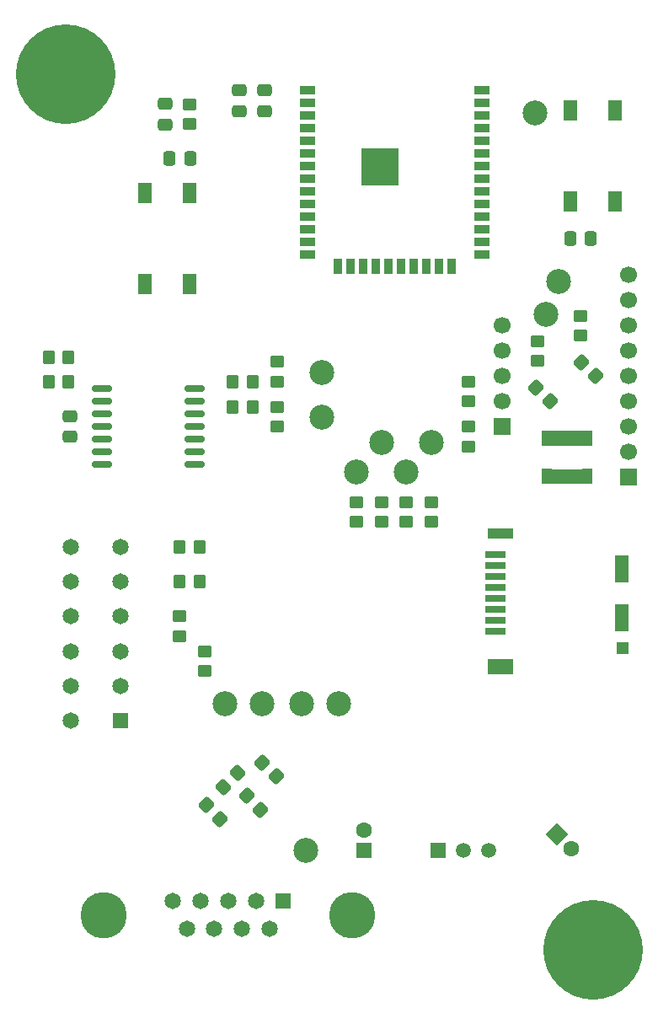
<source format=gbr>
%TF.GenerationSoftware,KiCad,Pcbnew,9.0.1*%
%TF.CreationDate,2025-06-17T15:21:47+02:00*%
%TF.ProjectId,open_g,6f70656e-5f67-42e6-9b69-6361645f7063,rev?*%
%TF.SameCoordinates,Original*%
%TF.FileFunction,Soldermask,Top*%
%TF.FilePolarity,Negative*%
%FSLAX46Y46*%
G04 Gerber Fmt 4.6, Leading zero omitted, Abs format (unit mm)*
G04 Created by KiCad (PCBNEW 9.0.1) date 2025-06-17 15:21:47*
%MOMM*%
%LPD*%
G01*
G04 APERTURE LIST*
G04 Aperture macros list*
%AMRoundRect*
0 Rectangle with rounded corners*
0 $1 Rounding radius*
0 $2 $3 $4 $5 $6 $7 $8 $9 X,Y pos of 4 corners*
0 Add a 4 corners polygon primitive as box body*
4,1,4,$2,$3,$4,$5,$6,$7,$8,$9,$2,$3,0*
0 Add four circle primitives for the rounded corners*
1,1,$1+$1,$2,$3*
1,1,$1+$1,$4,$5*
1,1,$1+$1,$6,$7*
1,1,$1+$1,$8,$9*
0 Add four rect primitives between the rounded corners*
20,1,$1+$1,$2,$3,$4,$5,0*
20,1,$1+$1,$4,$5,$6,$7,0*
20,1,$1+$1,$6,$7,$8,$9,0*
20,1,$1+$1,$8,$9,$2,$3,0*%
%AMRotRect*
0 Rectangle, with rotation*
0 The origin of the aperture is its center*
0 $1 length*
0 $2 width*
0 $3 Rotation angle, in degrees counterclockwise*
0 Add horizontal line*
21,1,$1,$2,0,0,$3*%
%AMFreePoly0*
4,1,6,1.000000,0.000000,0.500000,-0.750000,-0.500000,-0.750000,-0.500000,0.750000,0.500000,0.750000,1.000000,0.000000,1.000000,0.000000,$1*%
G04 Aperture macros list end*
%ADD10C,0.000000*%
%ADD11FreePoly0,180.000000*%
%ADD12FreePoly0,0.000000*%
%ADD13RoundRect,0.250000X0.475000X-0.337500X0.475000X0.337500X-0.475000X0.337500X-0.475000X-0.337500X0*%
%ADD14C,0.900000*%
%ADD15C,10.000000*%
%ADD16C,4.650000*%
%ADD17C,1.650000*%
%ADD18R,1.650000X1.650000*%
%ADD19RoundRect,0.250000X-0.450000X0.350000X-0.450000X-0.350000X0.450000X-0.350000X0.450000X0.350000X0*%
%ADD20RoundRect,0.250000X0.450000X-0.350000X0.450000X0.350000X-0.450000X0.350000X-0.450000X-0.350000X0*%
%ADD21RoundRect,0.250000X-0.350000X-0.450000X0.350000X-0.450000X0.350000X0.450000X-0.350000X0.450000X0*%
%ADD22RoundRect,0.250000X0.350000X0.450000X-0.350000X0.450000X-0.350000X-0.450000X0.350000X-0.450000X0*%
%ADD23RoundRect,0.250000X-0.565685X-0.070711X-0.070711X-0.565685X0.565685X0.070711X0.070711X0.565685X0*%
%ADD24C,2.500000*%
%ADD25RoundRect,0.250000X0.337500X0.475000X-0.337500X0.475000X-0.337500X-0.475000X0.337500X-0.475000X0*%
%ADD26R,1.500000X1.500000*%
%ADD27C,1.500000*%
%ADD28RoundRect,0.250000X0.070711X-0.565685X0.565685X-0.070711X-0.070711X0.565685X-0.565685X0.070711X0*%
%ADD29R,1.600000X1.600000*%
%ADD30C,1.600000*%
%ADD31RoundRect,0.250000X0.565685X0.070711X0.070711X0.565685X-0.565685X-0.070711X-0.070711X-0.565685X0*%
%ADD32R,1.400000X2.100000*%
%ADD33R,1.500000X0.900000*%
%ADD34R,0.900000X1.500000*%
%ADD35C,0.600000*%
%ADD36R,3.800000X3.800000*%
%ADD37RotRect,1.600000X1.600000X315.000000*%
%ADD38R,2.000000X0.700000*%
%ADD39R,2.600000X1.000000*%
%ADD40R,2.600000X1.500000*%
%ADD41R,1.400000X2.700000*%
%ADD42R,1.200000X1.200000*%
%ADD43RoundRect,0.250000X-0.337500X-0.475000X0.337500X-0.475000X0.337500X0.475000X-0.337500X0.475000X0*%
%ADD44RoundRect,0.250000X-0.475000X0.337500X-0.475000X-0.337500X0.475000X-0.337500X0.475000X0.337500X0*%
%ADD45R,1.700000X1.700000*%
%ADD46C,1.700000*%
%ADD47RoundRect,0.150000X0.875000X0.150000X-0.875000X0.150000X-0.875000X-0.150000X0.875000X-0.150000X0*%
G04 APERTURE END LIST*
D10*
%TO.C,JP2*%
G36*
X158900001Y-93350000D02*
G01*
X153900001Y-93350000D01*
X153900001Y-91850000D01*
X158900001Y-91850000D01*
X158900001Y-93350000D01*
G37*
%TO.C,JP1*%
G36*
X158900000Y-97205000D02*
G01*
X153900000Y-97205000D01*
X153900000Y-95705000D01*
X158900000Y-95705000D01*
X158900000Y-97205000D01*
G37*
%TD*%
D11*
%TO.C,JP2*%
X158400002Y-92600000D03*
D12*
X154400000Y-92600000D03*
%TD*%
D11*
%TO.C,JP1*%
X158400001Y-96455000D03*
D12*
X154399999Y-96455000D03*
%TD*%
D13*
%TO.C,C8*%
X106450000Y-90402500D03*
X106450000Y-92477500D03*
%TD*%
D14*
%TO.C,H1*%
X162750000Y-144000000D03*
X161651650Y-146651650D03*
X161651650Y-141348350D03*
X159000000Y-147750000D03*
D15*
X159000000Y-144000000D03*
D14*
X159000000Y-140250000D03*
X156348350Y-146651650D03*
X156348350Y-141348350D03*
X155250000Y-144000000D03*
%TD*%
%TO.C,H2*%
X109750000Y-56000000D03*
X108651650Y-58651650D03*
X108651650Y-53348350D03*
X106000000Y-59750000D03*
D15*
X106000000Y-56000000D03*
D14*
X106000000Y-52250000D03*
X103348350Y-58651650D03*
X103348350Y-53348350D03*
X102250000Y-56000000D03*
%TD*%
D16*
%TO.C,J1*%
X109860000Y-140500000D03*
X134850000Y-140500000D03*
D17*
X118200000Y-141920000D03*
X120970000Y-141920000D03*
X123740000Y-141920000D03*
X126510000Y-141920000D03*
X116815000Y-139080000D03*
X119585000Y-139080000D03*
X122355000Y-139080000D03*
X125125000Y-139080000D03*
D18*
X127895000Y-139080000D03*
%TD*%
D19*
%TO.C,R18*%
X120000000Y-116000000D03*
X120000000Y-114000000D03*
%TD*%
%TO.C,R19*%
X117500000Y-112500000D03*
X117500000Y-110500000D03*
%TD*%
%TO.C,R20*%
X127300000Y-91440000D03*
X127300000Y-89440000D03*
%TD*%
D20*
%TO.C,R21*%
X127300000Y-84940000D03*
X127300000Y-86940000D03*
%TD*%
D21*
%TO.C,R22*%
X124800000Y-89440000D03*
X122800000Y-89440000D03*
%TD*%
D22*
%TO.C,R23*%
X122800000Y-86940000D03*
X124800000Y-86940000D03*
%TD*%
D21*
%TO.C,R24*%
X106300000Y-86940000D03*
X104300000Y-86940000D03*
%TD*%
D22*
%TO.C,R25*%
X104300000Y-84440000D03*
X106300000Y-84440000D03*
%TD*%
D23*
%TO.C,R13*%
X154686000Y-88900000D03*
X153271786Y-87485786D03*
%TD*%
%TO.C,R15*%
X159258000Y-86360000D03*
X157843786Y-84945786D03*
%TD*%
D20*
%TO.C,R14*%
X157734000Y-80296000D03*
X157734000Y-82296000D03*
%TD*%
%TO.C,R12*%
X153416000Y-82836000D03*
X153416000Y-84836000D03*
%TD*%
%TO.C,R17*%
X146533001Y-91440000D03*
X146533001Y-93440000D03*
%TD*%
D19*
%TO.C,R16*%
X146533001Y-88900000D03*
X146533001Y-86900000D03*
%TD*%
D24*
%TO.C,TP8*%
X154300000Y-80200000D03*
%TD*%
%TO.C,TP9*%
X155600000Y-76900000D03*
%TD*%
%TO.C,TP10*%
X140250000Y-96000000D03*
%TD*%
%TO.C,TP11*%
X142750000Y-93000000D03*
%TD*%
%TO.C,TP12*%
X137750000Y-93000000D03*
%TD*%
%TO.C,TP13*%
X135250000Y-96000000D03*
%TD*%
%TO.C,TP14*%
X129750000Y-119250000D03*
%TD*%
%TO.C,TP15*%
X125750000Y-119250000D03*
%TD*%
%TO.C,TP16*%
X153200000Y-59900000D03*
%TD*%
D21*
%TO.C,R2*%
X117500000Y-103500000D03*
X119500000Y-103500000D03*
%TD*%
D20*
%TO.C,R5*%
X140250000Y-101000000D03*
X140250000Y-99000000D03*
%TD*%
D24*
%TO.C,TP1*%
X122000000Y-119250000D03*
%TD*%
D20*
%TO.C,R3*%
X118500000Y-61037500D03*
X118500000Y-59037500D03*
%TD*%
D21*
%TO.C,R1*%
X117500000Y-107000000D03*
X119500000Y-107000000D03*
%TD*%
D24*
%TO.C,TP2*%
X130200000Y-134000000D03*
%TD*%
D20*
%TO.C,R7*%
X135250000Y-101000000D03*
X135250000Y-99000000D03*
%TD*%
D25*
%TO.C,C1*%
X118537500Y-64500000D03*
X116462500Y-64500000D03*
%TD*%
D26*
%TO.C,PS1*%
X143460000Y-134000000D03*
D27*
X146000000Y-134000000D03*
X148540000Y-134000000D03*
%TD*%
D13*
%TO.C,C6*%
X126000000Y-59750000D03*
X126000000Y-57675000D03*
%TD*%
D28*
%TO.C,R8*%
X121896699Y-127660660D03*
X123310913Y-126246446D03*
%TD*%
D29*
%TO.C,C2*%
X136000000Y-134000000D03*
D30*
X136000000Y-132000000D03*
%TD*%
D31*
%TO.C,R10*%
X127200000Y-126600000D03*
X125785786Y-125185786D03*
%TD*%
D32*
%TO.C,IC1*%
X118500000Y-68000000D03*
X118500000Y-77100000D03*
X114000000Y-68000000D03*
X114000000Y-77100000D03*
%TD*%
D31*
%TO.C,R11*%
X125609010Y-129958757D03*
X124194796Y-128544543D03*
%TD*%
D33*
%TO.C,U1*%
X130350000Y-57610000D03*
X130350000Y-58880000D03*
X130350000Y-60150000D03*
X130350000Y-61420000D03*
X130350000Y-62690000D03*
X130350000Y-63960000D03*
X130350000Y-65230000D03*
X130350000Y-66500000D03*
X130350000Y-67770000D03*
X130350000Y-69040000D03*
X130350000Y-70310000D03*
X130350000Y-71580000D03*
X130350000Y-72850000D03*
X130350000Y-74120000D03*
D34*
X133390000Y-75370000D03*
X134660000Y-75370000D03*
X135930000Y-75370000D03*
X137200000Y-75370000D03*
X138470000Y-75370000D03*
X139740000Y-75370000D03*
X141010000Y-75370000D03*
X142280000Y-75370000D03*
X143550000Y-75370000D03*
X144820000Y-75370000D03*
D33*
X147850000Y-74120000D03*
X147850000Y-72850000D03*
X147850000Y-71580000D03*
X147850000Y-70310000D03*
X147850000Y-69040000D03*
X147850000Y-67770000D03*
X147850000Y-66500000D03*
X147850000Y-65230000D03*
X147850000Y-63960000D03*
X147850000Y-62690000D03*
X147850000Y-61420000D03*
X147850000Y-60150000D03*
X147850000Y-58880000D03*
X147850000Y-57610000D03*
D35*
X136200000Y-64630000D03*
X136200000Y-66030000D03*
X136900000Y-63930000D03*
X136900000Y-65330000D03*
X136900000Y-66730000D03*
X137575000Y-64630000D03*
X137575000Y-66030000D03*
D36*
X137600000Y-65330000D03*
D35*
X138300000Y-63930000D03*
X138300000Y-65330000D03*
X138300000Y-66730000D03*
X139000000Y-64630000D03*
X139000000Y-66030000D03*
%TD*%
D20*
%TO.C,R6*%
X137750000Y-101000000D03*
X137750000Y-99000000D03*
%TD*%
D37*
%TO.C,C3*%
X155385786Y-132385786D03*
D30*
X156800000Y-133800000D03*
%TD*%
D20*
%TO.C,R4*%
X142750000Y-101000000D03*
X142750000Y-99000000D03*
%TD*%
D24*
%TO.C,TP5*%
X131750000Y-90500000D03*
%TD*%
D13*
%TO.C,C7*%
X123500000Y-59750000D03*
X123500000Y-57675000D03*
%TD*%
D24*
%TO.C,TP3*%
X133500000Y-119250000D03*
%TD*%
D32*
%TO.C,IC2*%
X156750000Y-68800000D03*
X156750000Y-59700000D03*
X161250000Y-68800000D03*
X161250000Y-59700000D03*
%TD*%
D23*
%TO.C,R9*%
X120128932Y-129428427D03*
X121543146Y-130842641D03*
%TD*%
D38*
%TO.C,J2*%
X149225000Y-112000000D03*
X149225000Y-110900000D03*
X149225000Y-109800000D03*
X149225000Y-108700000D03*
X149225000Y-107600000D03*
X149225000Y-106500000D03*
X149225000Y-105400000D03*
X149225000Y-104300000D03*
D39*
X149725000Y-102200000D03*
D40*
X149725000Y-115550000D03*
D41*
X161925000Y-105700000D03*
X161925000Y-110600000D03*
D42*
X162025000Y-113650000D03*
%TD*%
D24*
%TO.C,TP4*%
X131750000Y-86000000D03*
%TD*%
D43*
%TO.C,C4*%
X156712500Y-72500000D03*
X158787500Y-72500000D03*
%TD*%
D44*
%TO.C,C5*%
X116000000Y-59000000D03*
X116000000Y-61075000D03*
%TD*%
D45*
%TO.C,J3*%
X162560000Y-96520000D03*
D46*
X162560000Y-93980000D03*
X162560000Y-91440001D03*
X162560000Y-88900000D03*
X162560000Y-86360000D03*
X162560000Y-83820000D03*
X162560000Y-81280000D03*
X162560000Y-78739999D03*
X162560000Y-76200000D03*
%TD*%
D45*
%TO.C,J4*%
X149860000Y-91440000D03*
D46*
X149860000Y-88900000D03*
X149860000Y-86360000D03*
X149860000Y-83820000D03*
X149860000Y-81280000D03*
%TD*%
D18*
%TO.C,J5*%
X111500000Y-121000000D03*
D17*
X106500000Y-121000000D03*
X111500000Y-117500000D03*
X106500000Y-117500000D03*
X111500000Y-114000000D03*
X106500000Y-114000000D03*
X111500000Y-110500000D03*
X106500000Y-110500000D03*
X111500000Y-107000000D03*
X106500000Y-107000000D03*
X111500000Y-103500000D03*
X106500000Y-103500000D03*
%TD*%
D47*
%TO.C,IC3*%
X118950000Y-95250000D03*
X118950000Y-93980000D03*
X118950000Y-92710000D03*
X118950000Y-91440000D03*
X118950000Y-90170000D03*
X118950000Y-88900000D03*
X118950000Y-87630000D03*
X109650000Y-87630000D03*
X109650000Y-88900000D03*
X109650000Y-90170000D03*
X109650000Y-91440000D03*
X109650000Y-92710000D03*
X109650000Y-93980000D03*
X109650000Y-95250000D03*
%TD*%
M02*

</source>
